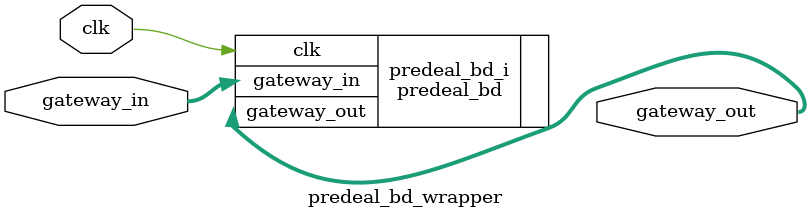
<source format=v>
`timescale 1 ps / 1 ps

module predeal_bd_wrapper
   (clk,
    gateway_in,
    gateway_out);
  input clk;
  input [23:0]gateway_in;
  output [23:0]gateway_out;

  wire clk;
  wire [23:0]gateway_in;
  wire [23:0]gateway_out;

  predeal_bd predeal_bd_i
       (.clk(clk),
        .gateway_in(gateway_in),
        .gateway_out(gateway_out));
endmodule

</source>
